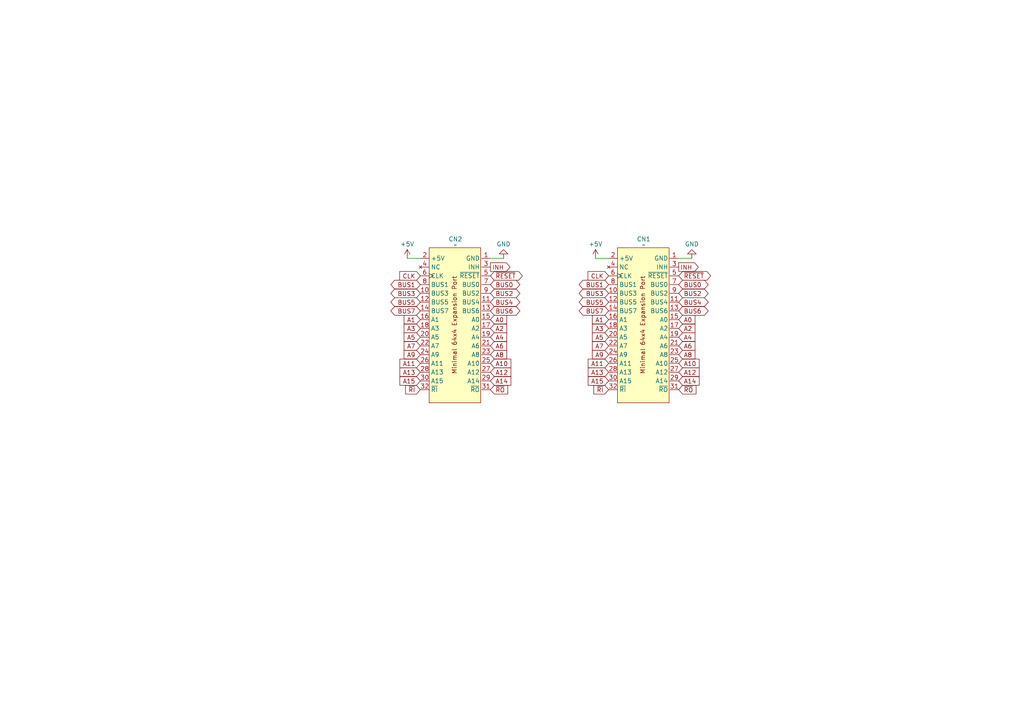
<source format=kicad_sch>
(kicad_sch (version 20231120) (generator "eeschema") (generator_version "8.0")
  (paper "A4")
  (title_block (title "Minimal 64x4 Expansion Connector"))
  (lib_symbols
    (symbol "minimal-64x4:min-64x4-expansion"
      (property "Reference" "CN" (at 23.876 0 90))
      (symbol "min-64x4-expansion_0_0"
        (pin power_in line (at 19.05 -10.16 90) (length 2.54) (name "GND") (number "1"))
        (pin bidirectional line (at 8.89 10.16 270) (length 2.54) (name "BUS3") (number "10"))
        (pin bidirectional line (at 6.35 -10.16 90) (length 2.54) (name "BUS4") (number "11"))
        (pin bidirectional line (at 6.35 10.16 270) (length 2.54) (name "BUS5") (number "12"))
        (pin bidirectional line (at 3.81 -10.16 90) (length 2.54) (name "BUS6") (number "13"))
        (pin bidirectional line (at 3.81 10.16 270) (length 2.54) (name "BUS7") (number "14"))
        (pin output line (at 1.27 -10.16 90) (length 2.54) (name "A0") (number "15"))
        (pin output line (at 1.27 10.16 270) (length 2.54) (name "A1") (number "16"))
        (pin output line (at -1.27 -10.16 90) (length 2.54) (name "A2") (number "17"))
        (pin output line (at -3.81 -10.16 90) (length 2.54) (name "A4") (number "19"))
        (pin power_in line (at 19.05 10.16 270) (length 2.54) (name "+5V") (number "2"))
        (pin output line (at -3.81 10.16 270) (length 2.54) (name "A5") (number "20"))
        (pin output line (at -6.35 -10.16 90) (length 2.54) (name "A6") (number "21"))
        (pin output line (at -6.35 10.16 270) (length 2.54) (name "A7") (number "22"))
        (pin output line (at -8.89 -10.16 90) (length 2.54) (name "A8") (number "23"))
        (pin output line (at -8.89 10.16 270) (length 2.54) (name "A9") (number "24"))
        (pin output line (at -11.43 -10.16 90) (length 2.54) (name "A10") (number "25"))
        (pin output line (at -11.43 10.16 270) (length 2.54) (name "A11") (number "26"))
        (pin output line (at -13.97 -10.16 90) (length 2.54) (name "A12") (number "27"))
        (pin output line (at -13.97 10.16 270) (length 2.54) (name "A13") (number "28"))
        (pin output line (at -16.51 -10.16 90) (length 2.54) (name "A14") (number "29"))
        (pin input line (at 16.51 -10.16 90) (length 2.54) (name "INH") (number "3"))
        (pin output line (at -19.05 -10.16 90) (length 2.54) (name "~{RO}") (number "31"))
        (pin output line (at -19.05 10.16 270) (length 2.54) (name "~{RI}") (number "32"))
        (pin no_connect line (at 16.51 10.16 270) (length 2.54) (name "NC") (number "4"))
        (pin bidirectional line (at 13.97 -10.16 90) (length 2.54) (name "~{RESET}") (number "5"))
        (pin output clock (at 13.97 10.16 270) (length 2.54) (name "CLK") (number "6"))
        (pin bidirectional line (at 11.43 -10.16 90) (length 2.54) (name "BUS0") (number "7"))
        (pin bidirectional line (at 11.43 10.16 270) (length 2.54) (name "BUS1") (number "8"))
        (pin bidirectional line (at 8.89 -10.16 90) (length 2.54) (name "BUS2") (number "9"))
      )
      (symbol "min-64x4-expansion_1_0"
        (pin output line (at -1.27 10.16 270) (length 2.54) (name "A3") (number "18"))
        (pin output line (at -16.51 10.16 270) (length 2.54) (name "A15") (number "30"))
      )
      (symbol "min-64x4-expansion_1_1"
        (rectangle (start -22.86 7.62) (end 22.098 -7.366) (fill (type background)))
        (text "Minimal 64x4 Expansion Port" (at -0.254 0.254 0) (effects (font (size 1.27 1.27))))
      )
    )
    (symbol "power:+5V" (power) (pin_numbers hide) (pin_names (offset 0) hide)
      (property "Value" "+5V" (at 0 3.556 0))
      (symbol "+5V_0_1"
        (polyline (pts (xy -0.762 1.27) (xy 0 2.54)))
        (polyline (pts (xy 0 0) (xy 0 2.54)))
        (polyline (pts (xy 0 2.54) (xy 0.762 1.27)))
      )
      (symbol "+5V_1_1"
        (pin power_in line (at 0 0 90) (length 0) (name "~") (number "1"))
      )
    )
    (symbol "power:GND" (power) (pin_numbers hide) (pin_names (offset 0) hide)
      (property "Value" "GND" (at 0 -3.81 0))
      (symbol "GND_0_1"
        (polyline (pts (xy 0 0) (xy 0 -1.27) (xy 1.27 -1.27) (xy 0 -2.54) (xy -1.27 -1.27) (xy 0 -1.27)))
      )
      (symbol "GND_1_1"
        (pin power_in line (at 0 0 270) (length 0) (name "~") (number "1"))
      )
    )
  )
  (wire (pts (xy 172.72 74.93) (xy 176.53 74.93)))
  (wire (pts (xy 196.85 74.93) (xy 200.66 74.93)))
  (wire (pts (xy 142.24 74.93) (xy 146.05 74.93)))
  (wire (pts (xy 118.11 74.93) (xy 121.92 74.93)))
  (global_label "~{RO}" (shape input) (at 196.85 113.03 0) (property "Intersheetrefs" "${INTERSHEET_REFS}" (effects (hide yes))))
  (global_label "A0" (shape input) (at 196.85 92.71 0) (property "Intersheetrefs" "${INTERSHEET_REFS}" (effects (hide yes))))
  (global_label "~{RO}" (shape input) (at 142.24 113.03 0) (property "Intersheetrefs" "${INTERSHEET_REFS}" (effects (hide yes))))
  (global_label "A12" (shape input) (at 196.85 107.95 0) (property "Intersheetrefs" "${INTERSHEET_REFS}" (effects (hide yes))))
  (global_label "A8" (shape input) (at 142.24 102.87 0) (property "Intersheetrefs" "${INTERSHEET_REFS}" (effects (hide yes))))
  (global_label "A8" (shape input) (at 196.85 102.87 0) (property "Intersheetrefs" "${INTERSHEET_REFS}" (effects (hide yes))))
  (global_label "A14" (shape input) (at 142.24 110.49 0) (property "Intersheetrefs" "${INTERSHEET_REFS}" (effects (hide yes))))
  (global_label "A6" (shape input) (at 142.24 100.33 0) (property "Intersheetrefs" "${INTERSHEET_REFS}" (effects (hide yes))))
  (global_label "A9" (shape input) (at 176.53 102.87 180) (property "Intersheetrefs" "${INTERSHEET_REFS}" (effects (hide yes))))
  (global_label "A12" (shape input) (at 142.24 107.95 0) (property "Intersheetrefs" "${INTERSHEET_REFS}" (effects (hide yes))))
  (global_label "INH" (shape output) (at 142.24 77.47 0) (property "Intersheetrefs" "${INTERSHEET_REFS}" (effects (hide yes))))
  (global_label "BUS5" (shape bidirectional) (at 121.92 87.63 180) (property "Intersheetrefs" "${INTERSHEET_REFS}" (effects (hide yes))))
  (global_label "CLK" (shape input) (at 121.92 80.01 180) (property "Intersheetrefs" "${INTERSHEET_REFS}" (effects (hide yes))))
  (global_label "A1" (shape input) (at 121.92 92.71 180) (property "Intersheetrefs" "${INTERSHEET_REFS}" (effects (hide yes))))
  (global_label "~{RI}" (shape input) (at 121.92 113.03 180) (property "Intersheetrefs" "${INTERSHEET_REFS}" (effects (hide yes))))
  (global_label "A15" (shape input) (at 176.53 110.49 180) (property "Intersheetrefs" "${INTERSHEET_REFS}" (effects (hide yes))))
  (global_label "A9" (shape input) (at 121.92 102.87 180) (property "Intersheetrefs" "${INTERSHEET_REFS}" (effects (hide yes))))
  (global_label "A14" (shape input) (at 196.85 110.49 0) (property "Intersheetrefs" "${INTERSHEET_REFS}" (effects (hide yes))))
  (global_label "BUS4" (shape bidirectional) (at 142.24 87.63 0) (property "Intersheetrefs" "${INTERSHEET_REFS}" (effects (hide yes))))
  (global_label "A7" (shape input) (at 176.53 100.33 180) (property "Intersheetrefs" "${INTERSHEET_REFS}" (effects (hide yes))))
  (global_label "A13" (shape input) (at 176.53 107.95 180) (property "Intersheetrefs" "${INTERSHEET_REFS}" (effects (hide yes))))
  (global_label "BUS7" (shape bidirectional) (at 121.92 90.17 180) (property "Intersheetrefs" "${INTERSHEET_REFS}" (effects (hide yes))))
  (global_label "~{RI}" (shape input) (at 176.53 113.03 180) (property "Intersheetrefs" "${INTERSHEET_REFS}" (effects (hide yes))))
  (global_label "A10" (shape input) (at 142.24 105.41 0) (property "Intersheetrefs" "${INTERSHEET_REFS}" (effects (hide yes))))
  (global_label "A3" (shape input) (at 121.92 95.25 180) (property "Intersheetrefs" "${INTERSHEET_REFS}" (effects (hide yes))))
  (global_label "~{RESET}" (shape bidirectional) (at 142.24 80.01 0) (property "Intersheetrefs" "${INTERSHEET_REFS}" (effects (hide yes))))
  (global_label "A2" (shape input) (at 142.24 95.25 0) (property "Intersheetrefs" "${INTERSHEET_REFS}" (effects (hide yes))))
  (global_label "A4" (shape input) (at 196.85 97.79 0) (property "Intersheetrefs" "${INTERSHEET_REFS}" (effects (hide yes))))
  (global_label "~{RESET}" (shape bidirectional) (at 196.85 80.01 0) (property "Intersheetrefs" "${INTERSHEET_REFS}" (effects (hide yes))))
  (global_label "BUS6" (shape bidirectional) (at 196.85 90.17 0) (property "Intersheetrefs" "${INTERSHEET_REFS}" (effects (hide yes))))
  (global_label "A6" (shape input) (at 196.85 100.33 0) (property "Intersheetrefs" "${INTERSHEET_REFS}" (effects (hide yes))))
  (global_label "BUS0" (shape bidirectional) (at 196.85 82.55 0) (property "Intersheetrefs" "${INTERSHEET_REFS}" (effects (hide yes))))
  (global_label "BUS3" (shape bidirectional) (at 121.92 85.09 180) (property "Intersheetrefs" "${INTERSHEET_REFS}" (effects (hide yes))))
  (global_label "A11" (shape input) (at 176.53 105.41 180) (property "Intersheetrefs" "${INTERSHEET_REFS}" (effects (hide yes))))
  (global_label "A7" (shape input) (at 121.92 100.33 180) (property "Intersheetrefs" "${INTERSHEET_REFS}" (effects (hide yes))))
  (global_label "BUS4" (shape bidirectional) (at 196.85 87.63 0) (property "Intersheetrefs" "${INTERSHEET_REFS}" (effects (hide yes))))
  (global_label "A3" (shape input) (at 176.53 95.25 180) (property "Intersheetrefs" "${INTERSHEET_REFS}" (effects (hide yes))))
  (global_label "A2" (shape input) (at 196.85 95.25 0) (property "Intersheetrefs" "${INTERSHEET_REFS}" (effects (hide yes))))
  (global_label "A5" (shape input) (at 121.92 97.79 180) (property "Intersheetrefs" "${INTERSHEET_REFS}" (effects (hide yes))))
  (global_label "BUS0" (shape bidirectional) (at 142.24 82.55 0) (property "Intersheetrefs" "${INTERSHEET_REFS}" (effects (hide yes))))
  (global_label "INH" (shape output) (at 196.85 77.47 0) (property "Intersheetrefs" "${INTERSHEET_REFS}" (effects (hide yes))))
  (global_label "A13" (shape input) (at 121.92 107.95 180) (property "Intersheetrefs" "${INTERSHEET_REFS}" (effects (hide yes))))
  (global_label "BUS6" (shape bidirectional) (at 142.24 90.17 0) (property "Intersheetrefs" "${INTERSHEET_REFS}" (effects (hide yes))))
  (global_label "BUS1" (shape bidirectional) (at 176.53 82.55 180) (property "Intersheetrefs" "${INTERSHEET_REFS}" (effects (hide yes))))
  (global_label "CLK" (shape input) (at 176.53 80.01 180) (property "Intersheetrefs" "${INTERSHEET_REFS}" (effects (hide yes))))
  (global_label "A4" (shape input) (at 142.24 97.79 0) (property "Intersheetrefs" "${INTERSHEET_REFS}" (effects (hide yes))))
  (global_label "A15" (shape input) (at 121.92 110.49 180) (property "Intersheetrefs" "${INTERSHEET_REFS}" (effects (hide yes))))
  (global_label "BUS7" (shape bidirectional) (at 176.53 90.17 180) (property "Intersheetrefs" "${INTERSHEET_REFS}" (effects (hide yes))))
  (global_label "BUS5" (shape bidirectional) (at 176.53 87.63 180) (property "Intersheetrefs" "${INTERSHEET_REFS}" (effects (hide yes))))
  (global_label "A1" (shape input) (at 176.53 92.71 180) (property "Intersheetrefs" "${INTERSHEET_REFS}" (effects (hide yes))))
  (global_label "BUS1" (shape bidirectional) (at 121.92 82.55 180) (property "Intersheetrefs" "${INTERSHEET_REFS}" (effects (hide yes))))
  (global_label "A0" (shape input) (at 142.24 92.71 0) (property "Intersheetrefs" "${INTERSHEET_REFS}" (effects (hide yes))))
  (global_label "A10" (shape input) (at 196.85 105.41 0) (property "Intersheetrefs" "${INTERSHEET_REFS}" (effects (hide yes))))
  (global_label "A5" (shape input) (at 176.53 97.79 180) (property "Intersheetrefs" "${INTERSHEET_REFS}" (effects (hide yes))))
  (global_label "BUS2" (shape bidirectional) (at 142.24 85.09 0) (property "Intersheetrefs" "${INTERSHEET_REFS}" (effects (hide yes))))
  (global_label "A11" (shape input) (at 121.92 105.41 180) (property "Intersheetrefs" "${INTERSHEET_REFS}" (effects (hide yes))))
  (global_label "BUS2" (shape bidirectional) (at 196.85 85.09 0) (property "Intersheetrefs" "${INTERSHEET_REFS}" (effects (hide yes))))
  (global_label "BUS3" (shape bidirectional) (at 176.53 85.09 180) (property "Intersheetrefs" "${INTERSHEET_REFS}" (effects (hide yes))))
  (symbol (lib_id "power:GND") (at 200.66 74.93 180) (unit 1)
    (property "Reference" "#PWR02" (effects (hide yes)))
    (property "Value" "GND" (at 200.66 70.7969 0))
    (property "Description" "Power symbol creates a global label with name \"GND\" , ground" (effects (hide yes)))
  )
  (symbol (lib_id "minimal-64x4:min-64x4-expansion") (at 186.69 93.98 90) (unit 1)
    (property "Reference" "CN1" (at 186.69 69.3505 90))
    (property "Value" "~" (at 186.69 71.0319 90))
    (property "Footprint" "Connector_PinHeader_2.54mm:PinHeader_2x16_P2.54mm_Vertical" (effects (hide yes)))
  )
  (symbol (lib_id "power:GND") (at 146.05 74.93 180) (unit 1)
    (property "Reference" "#PWR04" (effects (hide yes)))
    (property "Value" "GND" (at 146.05 70.7969 0))
    (property "Description" "Power symbol creates a global label with name \"GND\" , ground" (effects (hide yes)))
  )
  (symbol (lib_id "power:+5V") (at 118.11 74.93 0) (unit 1)
    (property "Reference" "#PWR03" (effects (hide yes)))
    (property "Value" "+5V" (at 118.11 70.7969 0))
    (property "Description" "Power symbol creates a global label with name \"+5V\"" (effects (hide yes)))
  )
  (symbol (lib_id "minimal-64x4:min-64x4-expansion") (at 132.08 93.98 90) (unit 1)
    (property "Reference" "CN2" (at 132.08 69.3505 90))
    (property "Value" "~" (at 132.08 71.0319 90))
    (property "Footprint" "Connector_PinHeader_2.54mm:PinHeader_2x16_P2.54mm_Vertical" (effects (hide yes)))
  )
  (symbol (lib_id "power:+5V") (at 172.72 74.93 0) (unit 1)
    (property "Reference" "#PWR01" (effects (hide yes)))
    (property "Value" "+5V" (at 172.72 70.7969 0))
    (property "Description" "Power symbol creates a global label with name \"+5V\"" (effects (hide yes)))
  )
)
</source>
